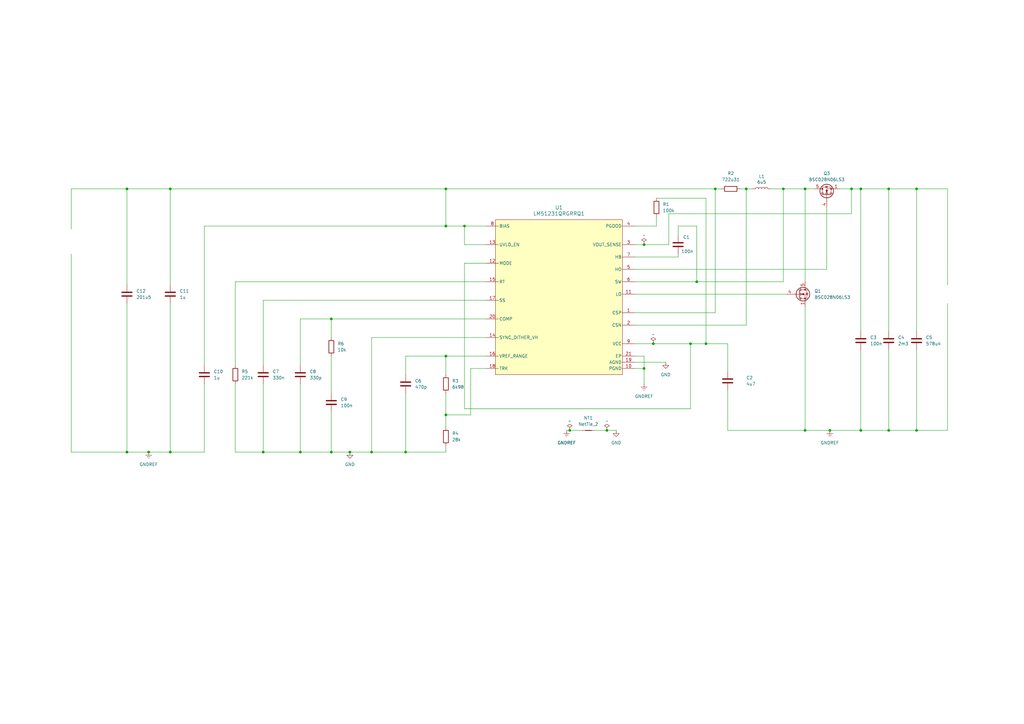
<source format=kicad_sch>
(kicad_sch (version 20231120) (generator "eeschema") (generator_version "8.0")
  (paper "A3")
  (title_block (title "Boost Converter") (rev "V1") (company "EcoCar") (comment 1 "Designed by: Nicholas semmens"))
  (lib_symbols
    (symbol "Device:C" (pin_numbers hide) (pin_names (offset 0.254))
      (property "Reference" "C" (at 0.635 2.54 0))
      (property "Value" "C" (at 0.635 -2.54 0))
      (symbol "C_0_1"
        (polyline (pts (xy -2.032 -0.762) (xy 2.032 -0.762)) (stroke (width 0.508)))
        (polyline (pts (xy -2.032 0.762) (xy 2.032 0.762)) (stroke (width 0.508)))
      )
      (symbol "C_1_1"
        (pin passive line (at 0 3.81 270) (length 2.794) (name "~") (number "1"))
        (pin passive line (at 0 -3.81 90) (length 2.794) (name "~") (number "2"))
      )
    )
    (symbol "Device:L" (pin_numbers hide) (pin_names (offset 1.016) hide)
      (property "Reference" "L" (at -1.27 0 90))
      (property "Value" "L" (at 1.905 0 90))
      (symbol "L_0_1"
        (arc (start 0 -2.54) (mid 0.6323 -1.905) (end 0 -1.27))
        (arc (start 0 -1.27) (mid 0.6323 -0.635) (end 0 0))
        (arc (start 0 0) (mid 0.6323 0.635) (end 0 1.27))
        (arc (start 0 1.27) (mid 0.6323 1.905) (end 0 2.54))
      )
      (symbol "L_1_1"
        (pin passive line (at 0 3.81 270) (length 1.27) (name "1") (number "1"))
        (pin passive line (at 0 -3.81 90) (length 1.27) (name "2") (number "2"))
      )
    )
    (symbol "Device:NetTie_2" (pin_numbers hide) (pin_names (offset 0) hide) (in_bom no)
      (property "Reference" "NT" (at 0 1.27 0))
      (property "Value" "NetTie_2" (at 0 -1.27 0))
      (symbol "NetTie_2_0_1"
        (polyline (pts (xy -1.27 0) (xy 1.27 0)) (stroke (width 0.254)))
      )
      (symbol "NetTie_2_1_1"
        (pin passive line (at -2.54 0 0) (length 2.54) (name "1") (number "1"))
        (pin passive line (at 2.54 0 180) (length 2.54) (name "2") (number "2"))
      )
    )
    (symbol "Device:R" (pin_numbers hide) (pin_names (offset 0))
      (property "Reference" "R" (at 2.032 0 90))
      (property "Value" "R" (at 0 0 90))
      (symbol "R_0_1"
        (rectangle (start -1.016 -2.54) (end 1.016 2.54) (stroke (width 0.254)))
      )
      (symbol "R_1_1"
        (pin passive line (at 0 3.81 270) (length 1.27) (name "~") (number "1"))
        (pin passive line (at 0 -3.81 90) (length 1.27) (name "~") (number "2"))
      )
    )
    (symbol "Transistor_FET:BSC028N06LS3" (pin_names hide)
      (property "Reference" "Q" (at 5.08 1.905 0))
      (property "Value" "BSC028N06LS3" (at 5.08 0 0))
      (symbol "BSC028N06LS3_0_1"
        (polyline (pts (xy 0.254 0) (xy -2.54 0)))
        (polyline (pts (xy 0.254 1.905) (xy 0.254 -1.905)) (stroke (width 0.254)))
        (polyline (pts (xy 0.762 -1.27) (xy 0.762 -2.286)) (stroke (width 0.254)))
        (polyline (pts (xy 0.762 0.508) (xy 0.762 -0.508)) (stroke (width 0.254)))
        (polyline (pts (xy 0.762 2.286) (xy 0.762 1.27)) (stroke (width 0.254)))
        (polyline (pts (xy 2.54 2.54) (xy 2.54 1.778)))
        (polyline (pts (xy 2.54 -2.54) (xy 2.54 0) (xy 0.762 0)))
        (polyline (pts (xy 0.762 -1.778) (xy 3.302 -1.778) (xy 3.302 1.778) (xy 0.762 1.778)))
        (polyline (pts (xy 1.016 0) (xy 2.032 0.381) (xy 2.032 -0.381) (xy 1.016 0)) (fill (type outline)))
        (polyline (pts (xy 2.794 0.508) (xy 2.921 0.381) (xy 3.683 0.381) (xy 3.81 0.254)))
        (polyline (pts (xy 3.302 0.381) (xy 2.921 -0.254) (xy 3.683 -0.254) (xy 3.302 0.381)))
        (circle (center 1.651 0) (radius 2.794) (stroke (width 0.254)))
        (circle (center 2.54 -1.778) (radius 0.254) (fill (type outline)))
        (circle (center 2.54 1.778) (radius 0.254) (fill (type outline)))
      )
      (symbol "BSC028N06LS3_1_1"
        (pin passive line (at 2.54 -5.08 90) (length 2.54) (name "S") (number "1"))
        (pin passive line (at 2.54 -5.08 90) (length 2.54) hide (name "S") (number "2"))
        (pin passive line (at 2.54 -5.08 90) (length 2.54) hide (name "S") (number "3"))
        (pin passive line (at -5.08 0 0) (length 2.54) (name "G") (number "4"))
        (pin passive line (at 2.54 5.08 270) (length 2.54) (name "D") (number "5"))
      )
    )
    (symbol "ecocad_lib_symbols:LM51231QRGRRQ1" (pin_names (offset 0.254))
      (property "Reference" "U" (at 5.08 6.858 0))
      (property "Value" "LM51231QRGRRQ1" (at 14.732 4.318 0))
      (symbol "LM51231QRGRRQ1_0_1"
        (pin unspecified line (at 60.96 -35.56 180) (length 5.08) (name "CSP") (number "1"))
        (pin power_in line (at 60.96 -58.42 180) (length 5.08) (name "PGND") (number "10"))
        (pin output line (at 60.96 -27.94 180) (length 5.08) (name "LO") (number "11"))
        (pin unspecified line (at 0 -15.24 0) (length 5.08) (name "MODE") (number "12"))
        (pin input line (at 0 -7.62 0) (length 5.08) (name "UVLO_EN") (number "13"))
        (pin unspecified line (at 0 -45.72 0) (length 5.08) (name "SYNC_DITHER_VH") (number "14"))
        (pin unspecified line (at 0 -22.86 0) (length 5.08) (name "RT") (number "15"))
        (pin unspecified line (at 0 -53.34 0) (length 5.08) (name "VREF_RANGE") (number "16"))
        (pin unspecified line (at 0 -30.48 0) (length 5.08) (name "SS") (number "17"))
        (pin unspecified line (at 0 -58.42 0) (length 5.08) (name "TRK") (number "18"))
        (pin power_in line (at 60.96 -55.88 180) (length 5.08) (name "AGND") (number "19"))
        (pin unspecified line (at 60.96 -40.64 180) (length 5.08) (name "CSN") (number "2"))
        (pin unspecified line (at 0 -38.1 0) (length 5.08) (name "COMP") (number "20"))
        (pin unspecified line (at 60.96 -53.34 180) (length 5.08) (name "EP") (number "21"))
        (pin power_in line (at 60.96 -7.62 180) (length 5.08) (name "VOUT_SENSE") (number "3"))
        (pin open_collector line (at 60.96 0 180) (length 5.08) (name "PGOOD") (number "4"))
        (pin output line (at 60.96 -17.78 180) (length 5.08) (name "HO") (number "5"))
        (pin unspecified line (at 60.96 -22.86 180) (length 5.08) (name "SW") (number "6"))
        (pin unspecified line (at 60.96 -12.7 180) (length 5.08) (name "HB") (number "7"))
        (pin unspecified line (at 0 0 0) (length 5.08) (name "BIAS") (number "8"))
        (pin power_in line (at 60.96 -48.26 180) (length 5.08) (name "VCC") (number "9"))
      )
      (symbol "LM51231QRGRRQ1_1_1"
        (rectangle (start 3.81 2.54) (end 55.88 -60.96) (fill (type background)))
      )
    )
    (symbol "power:GND" (power) (pin_numbers hide) (pin_names (offset 0) hide)
      (property "Value" "GND" (at 0 -3.81 0))
      (symbol "GND_0_1"
        (polyline (pts (xy 0 0) (xy 0 -1.27) (xy 1.27 -1.27) (xy 0 -2.54) (xy -1.27 -1.27) (xy 0 -1.27)))
      )
      (symbol "GND_1_1"
        (pin power_in line (at 0 0 270) (length 0) (name "~") (number "1"))
      )
    )
    (symbol "power:GNDREF" (power) (pin_numbers hide) (pin_names (offset 0) hide)
      (property "Value" "GNDREF" (at 0 -3.81 0))
      (symbol "GNDREF_0_1"
        (polyline (pts (xy -0.635 -1.905) (xy 0.635 -1.905)))
        (polyline (pts (xy -0.127 -2.54) (xy 0.127 -2.54)))
        (polyline (pts (xy 0 -1.27) (xy 0 0)))
        (polyline (pts (xy 1.27 -1.27) (xy -1.27 -1.27)))
      )
      (symbol "GNDREF_1_1"
        (pin power_in line (at 0 0 270) (length 0) (name "~") (number "1"))
      )
    )
    (symbol "power:PWR_FLAG" (power) (pin_numbers hide) (pin_names (offset 0) hide)
      (property "Value" "PWR_FLAG" (at 0 3.81 0))
      (symbol "PWR_FLAG_0_0"
        (pin power_out line (at 0 0 90) (length 0) (name "~") (number "1"))
      )
      (symbol "PWR_FLAG_0_1"
        (polyline (pts (xy 0 0) (xy 0 1.27) (xy -1.016 1.905) (xy 0 2.54) (xy 1.016 1.905) (xy 0 1.27)))
      )
    )
  )
  (junction (at 248.92 176.53))
  (junction (at 123.19 185.42))
  (junction (at 182.88 170.18))
  (junction (at 152.4 185.42))
  (junction (at 353.06 176.53))
  (junction (at 182.88 77.47))
  (junction (at 267.97 140.97))
  (junction (at 264.16 100.33))
  (junction (at 289.56 140.97))
  (junction (at 330.2 77.47))
  (junction (at 364.49 176.53))
  (junction (at 306.07 77.47))
  (junction (at 375.92 77.47))
  (junction (at 364.49 77.47))
  (junction (at 52.07 77.47))
  (junction (at 285.75 115.57))
  (junction (at 293.37 77.47))
  (junction (at 353.06 77.47))
  (junction (at 349.25 77.47))
  (junction (at 375.92 176.53))
  (junction (at 330.2 176.53))
  (junction (at 135.89 130.81))
  (junction (at 182.88 146.05))
  (junction (at 135.89 185.42))
  (junction (at 190.5 92.71))
  (junction (at 264.16 151.13))
  (junction (at 52.07 185.42))
  (junction (at 283.21 140.97))
  (junction (at 69.85 185.42))
  (junction (at 107.95 185.42))
  (junction (at 182.88 92.71))
  (junction (at 60.96 185.42))
  (junction (at 166.37 185.42))
  (junction (at 321.31 77.47))
  (junction (at 69.85 77.47))
  (junction (at 233.68 176.53))
  (junction (at 340.36 176.53))
  (junction (at 143.51 185.42))
  (wire (pts (xy 182.88 161.29) (xy 182.88 170.18)))
  (wire (pts (xy 83.82 149.86) (xy 83.82 92.71)))
  (wire (pts (xy 285.75 92.71) (xy 285.75 115.57)))
  (wire (pts (xy 264.16 146.05) (xy 264.16 151.13)))
  (wire (pts (xy 190.5 100.33) (xy 190.5 92.71)))
  (wire (pts (xy 278.13 105.41) (xy 278.13 104.14)))
  (wire (pts (xy 375.92 176.53) (xy 364.49 176.53)))
  (wire (pts (xy 123.19 157.48) (xy 123.19 185.42)))
  (wire (pts (xy 306.07 77.47) (xy 308.61 77.47)))
  (wire (pts (xy 339.09 110.49) (xy 260.35 110.49)))
  (wire (pts (xy 269.24 81.28) (xy 289.56 81.28)))
  (wire (pts (xy 330.2 176.53) (xy 340.36 176.53)))
  (wire (pts (xy 166.37 153.67) (xy 166.37 146.05)))
  (wire (pts (xy 182.88 153.67) (xy 182.88 146.05)))
  (wire (pts (xy 353.06 176.53) (xy 340.36 176.53)))
  (wire (pts (xy 69.85 124.46) (xy 69.85 185.42)))
  (wire (pts (xy 29.21 104.14) (xy 29.21 185.42)))
  (wire (pts (xy 182.88 77.47) (xy 293.37 77.47)))
  (wire (pts (xy 267.97 140.97) (xy 283.21 140.97)))
  (wire (pts (xy 388.62 77.47) (xy 388.62 116.84)))
  (wire (pts (xy 264.16 151.13) (xy 264.16 157.48)))
  (wire (pts (xy 260.35 148.59) (xy 273.05 148.59)))
  (wire (pts (xy 260.35 92.71) (xy 269.24 92.71)))
  (wire (pts (xy 344.17 77.47) (xy 349.25 77.47)))
  (wire (pts (xy 52.07 124.46) (xy 52.07 185.42)))
  (wire (pts (xy 264.16 100.33) (xy 274.32 100.33)))
  (wire (pts (xy 260.35 151.13) (xy 264.16 151.13)))
  (wire (pts (xy 283.21 167.64) (xy 283.21 140.97)))
  (wire (pts (xy 330.2 77.47) (xy 334.01 77.47)))
  (wire (pts (xy 260.35 133.35) (xy 306.07 133.35)))
  (wire (pts (xy 166.37 185.42) (xy 182.88 185.42)))
  (wire (pts (xy 143.51 185.42) (xy 152.4 185.42)))
  (wire (pts (xy 69.85 116.84) (xy 69.85 77.47)))
  (wire (pts (xy 107.95 157.48) (xy 107.95 185.42)))
  (wire (pts (xy 293.37 128.27) (xy 260.35 128.27)))
  (wire (pts (xy 260.35 105.41) (xy 278.13 105.41)))
  (wire (pts (xy 298.45 176.53) (xy 298.45 160.02)))
  (wire (pts (xy 248.92 176.53) (xy 252.73 176.53)))
  (wire (pts (xy 190.5 167.64) (xy 283.21 167.64)))
  (wire (pts (xy 289.56 140.97) (xy 298.45 140.97)))
  (wire (pts (xy 123.19 185.42) (xy 135.89 185.42)))
  (wire (pts (xy 166.37 146.05) (xy 182.88 146.05)))
  (wire (pts (xy 285.75 115.57) (xy 321.31 115.57)))
  (wire (pts (xy 289.56 81.28) (xy 289.56 140.97)))
  (wire (pts (xy 107.95 149.86) (xy 107.95 123.19)))
  (wire (pts (xy 166.37 161.29) (xy 166.37 185.42)))
  (wire (pts (xy 375.92 77.47) (xy 375.92 135.89)))
  (wire (pts (xy 60.96 185.42) (xy 69.85 185.42)))
  (wire (pts (xy 388.62 124.46) (xy 388.62 176.53)))
  (wire (pts (xy 96.52 149.86) (xy 96.52 115.57)))
  (wire (pts (xy 232.41 176.53) (xy 233.68 176.53)))
  (wire (pts (xy 182.88 77.47) (xy 182.88 92.71)))
  (wire (pts (xy 135.89 146.05) (xy 135.89 161.29)))
  (wire (pts (xy 364.49 176.53) (xy 353.06 176.53)))
  (wire (pts (xy 135.89 130.81) (xy 199.39 130.81)))
  (wire (pts (xy 96.52 115.57) (xy 199.39 115.57)))
  (wire (pts (xy 298.45 176.53) (xy 330.2 176.53)))
  (wire (pts (xy 123.19 130.81) (xy 135.89 130.81)))
  (wire (pts (xy 260.35 120.65) (xy 322.58 120.65)))
  (wire (pts (xy 29.21 185.42) (xy 52.07 185.42)))
  (wire (pts (xy 364.49 77.47) (xy 364.49 135.89)))
  (wire (pts (xy 269.24 92.71) (xy 269.24 88.9)))
  (wire (pts (xy 182.88 185.42) (xy 182.88 182.88)))
  (wire (pts (xy 278.13 92.71) (xy 285.75 92.71)))
  (wire (pts (xy 339.09 85.09) (xy 339.09 110.49)))
  (wire (pts (xy 193.04 151.13) (xy 193.04 170.18)))
  (wire (pts (xy 353.06 77.47) (xy 364.49 77.47)))
  (wire (pts (xy 375.92 176.53) (xy 388.62 176.53)))
  (wire (pts (xy 29.21 93.98) (xy 29.21 77.47)))
  (wire (pts (xy 353.06 77.47) (xy 353.06 135.89)))
  (wire (pts (xy 193.04 170.18) (xy 182.88 170.18)))
  (wire (pts (xy 293.37 77.47) (xy 293.37 128.27)))
  (wire (pts (xy 243.84 176.53) (xy 248.92 176.53)))
  (wire (pts (xy 364.49 143.51) (xy 364.49 176.53)))
  (wire (pts (xy 199.39 138.43) (xy 152.4 138.43)))
  (wire (pts (xy 52.07 77.47) (xy 69.85 77.47)))
  (wire (pts (xy 52.07 116.84) (xy 52.07 77.47)))
  (wire (pts (xy 182.88 146.05) (xy 199.39 146.05)))
  (wire (pts (xy 375.92 77.47) (xy 388.62 77.47)))
  (wire (pts (xy 83.82 157.48) (xy 83.82 185.42)))
  (wire (pts (xy 107.95 123.19) (xy 199.39 123.19)))
  (wire (pts (xy 260.35 100.33) (xy 264.16 100.33)))
  (wire (pts (xy 123.19 149.86) (xy 123.19 130.81)))
  (wire (pts (xy 190.5 107.95) (xy 190.5 167.64)))
  (wire (pts (xy 52.07 185.42) (xy 60.96 185.42)))
  (wire (pts (xy 260.35 146.05) (xy 264.16 146.05)))
  (wire (pts (xy 283.21 140.97) (xy 289.56 140.97)))
  (wire (pts (xy 274.32 87.63) (xy 349.25 87.63)))
  (wire (pts (xy 321.31 77.47) (xy 321.31 115.57)))
  (wire (pts (xy 233.68 176.53) (xy 238.76 176.53)))
  (wire (pts (xy 83.82 185.42) (xy 69.85 185.42)))
  (wire (pts (xy 260.35 140.97) (xy 267.97 140.97)))
  (wire (pts (xy 349.25 87.63) (xy 349.25 77.47)))
  (wire (pts (xy 260.35 115.57) (xy 285.75 115.57)))
  (wire (pts (xy 306.07 133.35) (xy 306.07 77.47)))
  (wire (pts (xy 96.52 185.42) (xy 107.95 185.42)))
  (wire (pts (xy 190.5 92.71) (xy 199.39 92.71)))
  (wire (pts (xy 330.2 125.73) (xy 330.2 176.53)))
  (wire (pts (xy 295.91 77.47) (xy 293.37 77.47)))
  (wire (pts (xy 278.13 96.52) (xy 278.13 92.71)))
  (wire (pts (xy 321.31 77.47) (xy 330.2 77.47)))
  (wire (pts (xy 135.89 130.81) (xy 135.89 138.43)))
  (wire (pts (xy 182.88 170.18) (xy 182.88 175.26)))
  (wire (pts (xy 152.4 138.43) (xy 152.4 185.42)))
  (wire (pts (xy 152.4 185.42) (xy 166.37 185.42)))
  (wire (pts (xy 364.49 77.47) (xy 375.92 77.47)))
  (wire (pts (xy 135.89 185.42) (xy 143.51 185.42)))
  (wire (pts (xy 375.92 143.51) (xy 375.92 176.53)))
  (wire (pts (xy 199.39 107.95) (xy 190.5 107.95)))
  (wire (pts (xy 199.39 100.33) (xy 190.5 100.33)))
  (wire (pts (xy 135.89 168.91) (xy 135.89 185.42)))
  (wire (pts (xy 199.39 151.13) (xy 193.04 151.13)))
  (wire (pts (xy 330.2 77.47) (xy 330.2 115.57)))
  (wire (pts (xy 303.53 77.47) (xy 306.07 77.47)))
  (wire (pts (xy 29.21 77.47) (xy 52.07 77.47)))
  (wire (pts (xy 349.25 77.47) (xy 353.06 77.47)))
  (wire (pts (xy 182.88 92.71) (xy 190.5 92.71)))
  (wire (pts (xy 69.85 77.47) (xy 182.88 77.47)))
  (wire (pts (xy 353.06 143.51) (xy 353.06 176.53)))
  (wire (pts (xy 316.23 77.47) (xy 321.31 77.47)))
  (wire (pts (xy 298.45 140.97) (xy 298.45 152.4)))
  (wire (pts (xy 96.52 157.48) (xy 96.52 185.42)))
  (wire (pts (xy 107.95 185.42) (xy 123.19 185.42)))
  (wire (pts (xy 83.82 92.71) (xy 182.88 92.71)))
  (wire (pts (xy 274.32 100.33) (xy 274.32 87.63)))
  (symbol (lib_id "Device:C") (at 69.85 120.65 0) (unit 1)
    (property "Reference" "C11" (at 73.66 119.3799 0) (effects (justify left)))
    (property "Value" "1u" (at 73.66 121.9199 0) (effects (justify left)))
    (property "Description" "Unpolarized capacitor" (effects (hide yes)))
    (property "DK Part #" "490-GRM155R61H105KE05DTR-ND" (effects (hide yes)))
  )
  (symbol (lib_id "power:GND") (at 273.05 148.59 0) (unit 1)
    (property "Reference" "#PWR02" (effects (hide yes)))
    (property "Value" "GND" (at 273.05 153.67 0))
    (property "Description" "Power symbol creates a global label with name \"GND\" , ground" (effects (hide yes)))
  )
  (symbol (lib_id "Transistor_FET:BSC028N06LS3") (at 339.09 80.01 90) (unit 1)
    (property "Reference" "Q3" (at 339.09 71.12 90))
    (property "Value" "BSC028N06LS3" (at 339.09 73.66 90))
    (property "Footprint" "Package_TO_SOT_SMD:TDSON-8-1" (effects (hide yes)))
    (property "Datasheet" "http://www.infineon.com/dgdl/Infineon-BSC028N06LS3-DS-v02_02-en.pdf?fileId=db3a30431ddc9372011ebafa4c607f8c" (effects (hide yes)))
    (property "Description" "100A Id, 60V Vds, OptiMOS N-Channel Power MOSFET, 2.8mOhm Ron, Qg (typ) 31.0nC, PG-TDSON-8" (effects (hide yes)))
  )
  (symbol (lib_id "Device:R") (at 182.88 179.07 0) (unit 1)
    (property "Reference" "R4" (at 185.42 177.7999 0) (effects (justify left)))
    (property "Value" "28k" (at 185.42 180.3399 0) (effects (justify left)))
    (property "Footprint" "Resistor_SMD:R_0402_1005Metric" (effects (hide yes)))
    (property "Description" "Resistor" (effects (hide yes)))
    (property "DK Part #" "541-28.0KLTR-ND" (effects (hide yes)))
  )
  (symbol (lib_id "Device:C") (at 123.19 153.67 0) (unit 1)
    (property "Reference" "C8" (at 127 152.3999 0) (effects (justify left)))
    (property "Value" "330p" (at 127 154.9399 0) (effects (justify left)))
    (property "Footprint" "Capacitor_SMD:C_0805_2012Metric" (effects (hide yes)))
    (property "Datasheet" "https://connect.kemet.com:7667/gateway/IntelliData-ComponentDocumentation/1.0/download/datasheet/C0805C331J5GACTU" (effects (hide yes)))
    (property "Description" "Unpolarized capacitor" (effects (hide yes)))
    (property "DK Part #" "399-C0805C331J5GAC7800TR-ND" (effects (hide yes)))
  )
  (symbol (lib_id "Device:R") (at 299.72 77.47 90) (unit 1)
    (property "Reference" "R2" (at 299.72 71.12 90))
    (property "Value" "722u31" (at 299.72 73.66 90))
    (property "Description" "Resistor" (effects (hide yes)))
  )
  (symbol (lib_id "Device:C") (at 364.49 139.7 0) (unit 1)
    (property "Reference" "C4" (at 368.3 138.4299 0) (effects (justify left)))
    (property "Value" "2m3" (at 368.3 140.9699 0) (effects (justify left)))
    (property "Description" "Unpolarized capacitor" (effects (hide yes)))
  )
  (symbol (lib_id "Device:L") (at 312.42 77.47 90) (unit 1)
    (property "Reference" "L1" (at 312.42 72.39 90))
    (property "Value" "6u5" (at 312.42 74.676 90))
    (property "Description" "Inductor" (effects (hide yes)))
  )
  (symbol (lib_id "Device:C") (at 375.92 139.7 0) (unit 1)
    (property "Reference" "C5" (at 379.73 138.4299 0) (effects (justify left)))
    (property "Value" "578u4" (at 379.73 140.9699 0) (effects (justify left)))
    (property "Description" "Unpolarized capacitor" (effects (hide yes)))
    (property "DK Part #" "PCE5218-ND" (effects (hide yes)))
  )
  (symbol (lib_id "power:GNDREF") (at 340.36 176.53 0) (unit 1)
    (property "Reference" "#PWR03" (effects (hide yes)))
    (property "Value" "GNDREF" (at 340.36 181.61 0))
    (property "Description" "Power symbol creates a global label with name \"GNDREF\" , reference supply ground" (effects (hide yes)))
  )
  (symbol (lib_id "Device:C") (at 278.13 100.33 0) (unit 1)
    (property "Reference" "C1" (at 280.162 97.282 0) (effects (justify left)))
    (property "Value" "100n" (at 279.4 103.124 0) (effects (justify left)))
    (property "Footprint" "Capacitor_SMD:C_0402_1005Metric" (effects (hide yes)))
    (property "Datasheet" "https://search.murata.co.jp/Ceramy/image/img/A01X/G101/ENG/GRM155R71A104KA01-01.pdf" (effects (hide yes)))
    (property "Description" "Unpolarized capacitor" (effects (hide yes)))
    (property "DK Part #" "490-6321-2-ND" (effects (hide yes)))
  )
  (symbol (lib_id "power:PWR_FLAG") (at 264.16 100.33 0) (unit 1)
    (property "Reference" "#FLG04" (effects (hide yes)))
    (property "Value" "~" (at 264.16 96.52 0))
    (property "Description" "Special symbol for telling ERC where power comes from" (effects (hide yes)))
  )
  (symbol (lib_id "ecocad_lib_symbols:LM51231QRGRRQ1") (at 199.39 92.71 0) (unit 1)
    (property "Reference" "U1" (at 229.235 85.09 0) (effects (font (size 1.524 1.524))))
    (property "Value" "LM51231QRGRRQ1" (at 229.235 87.63 0) (effects (font (size 1.524 1.524))))
    (property "Footprint" "ecocad_lib_footprints:RGR0020C-MFG" (effects (hide yes)))
    (property "Datasheet" "LM51231QRGRRQ1" (effects (hide yes)))
  )
  (symbol (lib_id "power:PWR_FLAG") (at 233.68 176.53 0) (unit 1)
    (property "Reference" "#FLG01" (effects (hide yes)))
    (property "Value" "~" (at 233.68 172.72 0))
    (property "Description" "Special symbol for telling ERC where power comes from" (effects (hide yes)))
  )
  (symbol (lib_id "Device:C") (at 135.89 165.1 0) (unit 1)
    (property "Reference" "C9" (at 139.7 163.8299 0) (effects (justify left)))
    (property "Value" "100n" (at 139.7 166.3699 0) (effects (justify left)))
    (property "Footprint" "Capacitor_SMD:C_0402_1005Metric" (effects (hide yes)))
    (property "Datasheet" "https://search.murata.co.jp/Ceramy/image/img/A01X/G101/ENG/GRM155R70J104KA01-01.pdf" (effects (hide yes)))
    (property "Description" "Unpolarized capacitor" (effects (hide yes)))
    (property "DK Part #" "490-6319-2-ND" (effects (hide yes)))
  )
  (symbol (lib_id "Device:R") (at 135.89 142.24 0) (unit 1)
    (property "Reference" "R6" (at 138.43 140.9699 0) (effects (justify left)))
    (property "Value" "10k" (at 138.43 143.5099 0) (effects (justify left)))
    (property "Footprint" "Resistor_SMD:R_0201_0603Metric" (effects (hide yes)))
    (property "Description" "Resistor" (effects (hide yes)))
    (property "DK Part #" "311-10.0KMTR-ND" (effects (hide yes)))
  )
  (symbol (lib_id "power:GND") (at 143.51 185.42 0) (unit 1)
    (property "Reference" "#PWR06" (effects (hide yes)))
    (property "Value" "GND" (at 143.51 190.5 0))
    (property "Description" "Power symbol creates a global label with name \"GND\" , ground" (effects (hide yes)))
  )
  (symbol (lib_id "power:GNDREF") (at 232.41 176.53 0) (unit 1)
    (property "Reference" "#PWR04" (effects (hide yes)))
    (property "Value" "GNDREF" (at 232.41 181.61 0))
    (property "Description" "Power symbol creates a global label with name \"GNDREF\" , reference supply ground" (effects (hide yes)))
  )
  (symbol (lib_id "Device:C") (at 166.37 157.48 0) (unit 1)
    (property "Reference" "C6" (at 170.18 156.2099 0) (effects (justify left)))
    (property "Value" "470p" (at 170.18 158.7499 0) (effects (justify left)))
    (property "Datasheet" "https://search.murata.co.jp/Ceramy/image/img/A01X/G101/ENG/GRM1555C1E471JA01-01.pdf" (effects (hide yes)))
    (property "Description" "Unpolarized capacitor" (effects (hide yes)))
    (property "DK Part #" "490-6180-2-ND" (effects (hide yes)))
  )
  (symbol (lib_id "power:GND") (at 252.73 176.53 0) (unit 1)
    (property "Reference" "#PWR05" (effects (hide yes)))
    (property "Value" "GND" (at 252.73 181.61 0))
    (property "Description" "Power symbol creates a global label with name \"GND\" , ground" (effects (hide yes)))
  )
  (symbol (lib_id "Device:R") (at 182.88 157.48 0) (unit 1)
    (property "Reference" "R3" (at 185.42 156.2099 0) (effects (justify left)))
    (property "Value" "6k98" (at 185.42 158.7499 0) (effects (justify left)))
    (property "Footprint" "Resistor_SMD:R_0402_1005Metric" (effects (hide yes)))
    (property "Description" "Resistor" (effects (hide yes)))
    (property "DK Part #" "541-6.98KLTR-ND" (effects (hide yes)))
  )
  (symbol (lib_id "power:PWR_FLAG") (at 267.97 140.97 0) (unit 1)
    (property "Reference" "#FLG03" (effects (hide yes)))
    (property "Value" "~" (at 267.97 137.16 0))
    (property "Description" "Special symbol for telling ERC where power comes from" (effects (hide yes)))
  )
  (symbol (lib_id "Device:C") (at 52.07 120.65 0) (unit 1)
    (property "Reference" "C12" (at 55.88 119.3799 0) (effects (justify left)))
    (property "Value" "201u5" (at 55.88 121.9199 0) (effects (justify left)))
    (property "Description" "Unpolarized capacitor" (effects (hide yes)))
  )
  (symbol (lib_id "power:PWR_FLAG") (at 248.92 176.53 0) (unit 1)
    (property "Reference" "#FLG02" (effects (hide yes)))
    (property "Value" "~" (at 248.92 172.72 0))
    (property "Description" "Special symbol for telling ERC where power comes from" (effects (hide yes)))
  )
  (symbol (lib_id "Device:C") (at 83.82 153.67 0) (unit 1)
    (property "Reference" "C10" (at 87.63 152.3999 0) (effects (justify left)))
    (property "Value" "1u" (at 87.63 154.9399 0) (effects (justify left)))
    (property "Footprint" "Capacitor_SMD:C_0603_1608Metric" (effects (hide yes)))
    (property "Datasheet" "https://connect.kemet.com:7667/gateway/IntelliData-ComponentDocumentation/1.0/download/datasheet/C0603C105K8PACTU" (effects (hide yes)))
    (property "Description" "Unpolarized capacitor" (effects (hide yes)))
    (property "DK Part #" "399-C0603C105K8PAC7867TR-ND" (effects (hide yes)))
  )
  (symbol (lib_id "power:GNDREF") (at 60.96 185.42 0) (unit 1)
    (property "Reference" "#PWR07" (effects (hide yes)))
    (property "Value" "GNDREF" (at 60.96 190.5 0))
    (property "Description" "Power symbol creates a global label with name \"GNDREF\" , reference supply ground" (effects (hide yes)))
  )
  (symbol (lib_id "Device:NetTie_2") (at 241.3 176.53 0) (unit 1) (in_bom no)
    (property "Reference" "NT1" (at 241.3 171.45 0))
    (property "Value" "NetTie_2" (at 241.3 173.99 0))
    (property "Description" "Net tie, 2 pins" (effects (hide yes)))
  )
  (symbol (lib_id "power:GNDREF") (at 264.16 157.48 0) (unit 1)
    (property "Reference" "#PWR01" (effects (hide yes)))
    (property "Value" "GNDREF" (at 264.16 162.56 0))
    (property "Description" "Power symbol creates a global label with name \"GNDREF\" , reference supply ground" (effects (hide yes)))
  )
  (symbol (lib_id "Transistor_FET:BSC028N06LS3") (at 327.66 120.65 0) (unit 1)
    (property "Reference" "Q1" (at 334.01 119.3799 0) (effects (justify left)))
    (property "Value" "BSC028N06LS3" (at 334.01 121.9199 0) (effects (justify left)))
    (property "Footprint" "Package_TO_SOT_SMD:TDSON-8-1" (effects (hide yes)))
    (property "Datasheet" "http://www.infineon.com/dgdl/Infineon-BSC028N06LS3-DS-v02_02-en.pdf?fileId=db3a30431ddc9372011ebafa4c607f8c" (effects (hide yes)))
    (property "Description" "100A Id, 60V Vds, OptiMOS N-Channel Power MOSFET, 2.8mOhm Ron, Qg (typ) 31.0nC, PG-TDSON-8" (effects (hide yes)))
  )
  (symbol (lib_id "Device:C") (at 107.95 153.67 0) (unit 1)
    (property "Reference" "C7" (at 111.76 152.3999 0) (effects (justify left)))
    (property "Value" "330n" (at 111.76 154.9399 0) (effects (justify left)))
    (property "Footprint" "Capacitor_SMD:C_0603_1608Metric" (effects (hide yes)))
    (property "Datasheet" "https://connect.kemet.com:7667/gateway/IntelliData-ComponentDocumentation/1.0/download/datasheet/C0603C334K8RACTU" (effects (hide yes)))
    (property "Description" "Unpolarized capacitor" (effects (hide yes)))
    (property "DK Part #" "399-C0603C334K8RAC7867TR-ND" (effects (hide yes)))
  )
  (symbol (lib_id "Device:C") (at 353.06 139.7 0) (unit 1)
    (property "Reference" "C3" (at 356.87 138.4299 0) (effects (justify left)))
    (property "Value" "100n" (at 356.87 140.9699 0) (effects (justify left)))
    (property "Datasheet" "https://search.murata.co.jp/Ceramy/image/img/A01X/G101/ENG/GRM155R71A104KA01-01.pdf" (effects (hide yes)))
    (property "Description" "Unpolarized capacitor" (effects (hide yes)))
    (property "DK Part #" "490-6321-2-ND" (effects (hide yes)))
  )
  (symbol (lib_id "Device:R") (at 269.24 85.09 0) (unit 1)
    (property "Reference" "R1" (at 271.78 83.8199 0) (effects (justify left)))
    (property "Value" "100k" (at 271.78 86.3599 0) (effects (justify left)))
    (property "Footprint" "Resistor_SMD:R_0603_1608Metric" (effects (hide yes)))
    (property "Description" "Resistor" (effects (hide yes)))
    (property "DK Part #" "541-100KHTR-ND" (effects (hide yes)))
  )
  (symbol (lib_id "Device:R") (at 96.52 153.67 0) (unit 1)
    (property "Reference" "R5" (at 99.06 152.3999 0) (effects (justify left)))
    (property "Value" "221k" (at 99.06 154.9399 0) (effects (justify left)))
    (property "Footprint" "Resistor_SMD:R_0603_1608Metric" (effects (hide yes)))
    (property "Description" "Resistor" (effects (hide yes)))
    (property "DK Part #" "541-221KHTR-ND" (effects (hide yes)))
  )
  (symbol (lib_id "Device:C") (at 298.45 156.21 0) (unit 1)
    (property "Reference" "C2" (at 306.07 154.9399 0) (effects (justify left)))
    (property "Value" "4u7" (at 306.07 157.4799 0) (effects (justify left)))
    (property "Datasheet" "https://product.tdk.com/system/files/dam/doc/product/capacitor/ceramic/mlcc/catalog/mlcc_commercial_general_en.pdf" (effects (hide yes)))
    (property "Description" "Unpolarized capacitor" (effects (hide yes)))
    (property "DK Part #" "445-13820-2-ND" (effects (hide yes)))
  )
)
</source>
